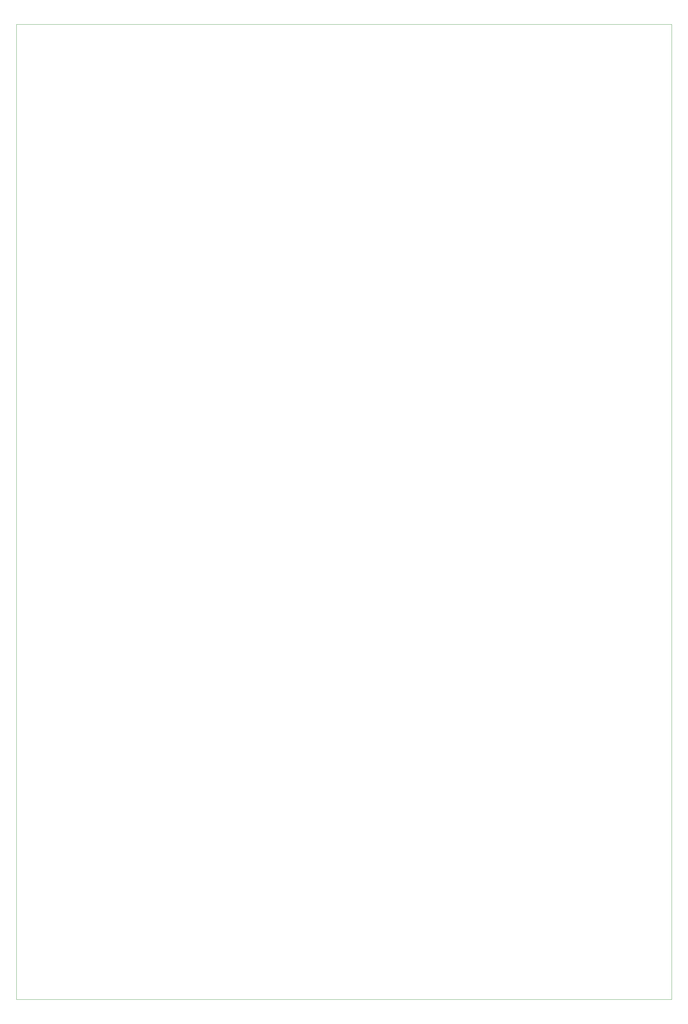
<source format=gbr>
G04 #@! TF.GenerationSoftware,KiCad,Pcbnew,5.1.5+dfsg1-2+b1*
G04 #@! TF.CreationDate,2020-12-03T05:46:07-05:00*
G04 #@! TF.ProjectId,Circuit,43697263-7569-4742-9e6b-696361645f70,rev?*
G04 #@! TF.SameCoordinates,Original*
G04 #@! TF.FileFunction,Profile,NP*
%FSLAX46Y46*%
G04 Gerber Fmt 4.6, Leading zero omitted, Abs format (unit mm)*
G04 Created by KiCad (PCBNEW 5.1.5+dfsg1-2+b1) date 2020-12-03 05:46:07*
%MOMM*%
%LPD*%
G04 APERTURE LIST*
%ADD10C,0.050000*%
G04 APERTURE END LIST*
D10*
X193040000Y-185420000D02*
X10160000Y-185420000D01*
X193040000Y86360000D02*
X193040000Y-185420000D01*
X10160000Y86360000D02*
X193040000Y86360000D01*
X10160000Y-185420000D02*
X10160000Y86360000D01*
M02*

</source>
